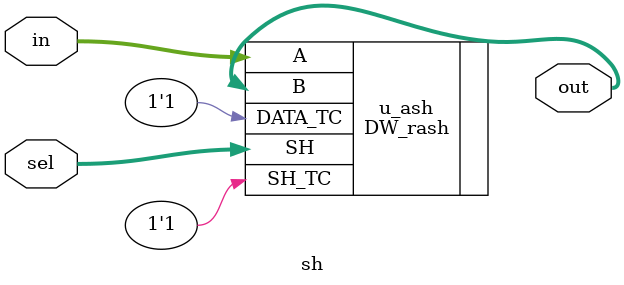
<source format=v>
`include "DW01_addsub.v"
`include "DW_rash.v"
`include "DW02_mult.v"


module VLIW(clk, inst, data_in, acc);
input clk;
input [69:0] inst;
input [79:0] data_in;
output [15:0] acc;

wire [15:0] M_in_1, M_in_2, A_in_1, A_in_2, S_in;
wire [31:0] M_out;
wire [15:0] A_out, S_out;
wire [15:0] data_write;

wire co;

//assign M_out = mult_temp_out[30:15];

Register_File_5R3W u_RF( .clk(clk), .addr_r1_M(inst[23:20]), .addr_r2_M(inst[19:16]), .addr_r1_A(inst[15:12]), .addr_r2_A(inst[11:8]), .addr_r_S(inst[7:4]), .wen_w_M(inst[38]), .addr_w_M(inst[37:34]), .data_w_M(M_out[30:15]), .wen_w_A(inst[33]), .addr_w_A(inst[32:29]), .data_w_A(A_out), .wen_w_S(inst[28]), .addr_w_S(inst[27:24]), .data_w_S(S_out), .rf_data_r1_M(M_in_1), .rf_data_r2_M(M_in_2), .rf_data_r1_A(A_in_1), .rf_data_r2_A(A_in_2), .rf_data_r_S(S_in), .DM_addr_w1_M(inst[62:59]), .DM_addr_w2_M(inst[58:55]), .DM_addr_w1_A(inst[54:51]), .DM_addr_w2_A(inst[50:47]), .DM_addr_w_S(inst[46:43]), .DM_data_w(data_in), .DM_wen_M1(inst[67]), .DM_wen_M2(inst[66]), .DM_wen_A1(inst[65]), .DM_wen_A2(inst[64]), .DM_wen_S(inst[63]), .DM_addr_r(inst[42:39]), .DM_data_r(acc) );       

DW02_mult #(16, 16) u_mult( .A(M_in_1), .B(M_in_2), .TC(inst[69]), .PRODUCT(M_out) );
DW01_addsub #(16) u_add( .A(A_in_1), .B(A_in_2), .CI(1'b0), .ADD_SUB(inst[68]), .SUM(A_out), .CO(co) );
//DW01_ash #(16, 4) u_ash( .A(S_in), .DATA_TC(1'b1), .SH(inst[3:0]), .SH_TC(1'b1), .B(S_out) );
sh u_sh( .in(S_in), .sel(inst[3:0]), .out(S_out) );

endmodule




module Register_File_5R3W(clk, addr_r1_M, addr_r2_M, addr_r1_A, addr_r2_A, addr_r_S, wen_w_M, addr_w_M, data_w_M, wen_w_A, addr_w_A, data_w_A, wen_w_S, addr_w_S, data_w_S, rf_data_r1_M, rf_data_r2_M, rf_data_r1_A, rf_data_r2_A, rf_data_r_S, DM_addr_w1_M, DM_addr_w2_M, DM_addr_w1_A, DM_addr_w2_A, DM_addr_w_S, DM_data_w, DM_wen_M1, DM_wen_M2, DM_wen_A1, DM_wen_A2, DM_wen_S, DM_addr_r, DM_data_r);                                                       
input			clk		;                                              		
input	[3:0]	addr_r1_M, addr_r2_M, addr_r1_A, addr_r2_A, addr_r_S		;                                              				                                               
input			wen_w_M, wen_w_A, wen_w_S		;                                              
input	[3:0]	addr_w_M, addr_w_A, addr_w_S		;                                              
input	[15:0]	data_w_M, data_w_A, data_w_S		;  	
input   [3:0]   DM_addr_w1_M, DM_addr_w2_M, DM_addr_w1_A, DM_addr_w2_A, DM_addr_w_S;
input   [79:0]  DM_data_w;
input			DM_wen_M1, DM_wen_M2, DM_wen_A1, DM_wen_A2, DM_wen_S;
input	[3:0]	DM_addr_r;
	// output
output	[15:0]	rf_data_r1_M, rf_data_r2_M, rf_data_r1_A, rf_data_r2_A, rf_data_r_S	;	                                       
output	[15:0]	DM_data_r;
//=====================================================================
//   WIRE AND REG DECLARATION                                          
//=====================================================================	 
reg [15:0]  register_file [0:15];
//=====================================================================
//   DESIGN                                                            
//=====================================================================

//---------------------------------------------------------------------                                
//	Read                                                                                              
//---------------------------------------------------------------------  
assign DM_data_r = register_file[DM_addr_r];

assign rf_data_r1_M = register_file[addr_r1_M];
					
assign rf_data_r2_M = register_file[addr_r2_M];

assign rf_data_r1_A = register_file[addr_r1_A];
					
assign rf_data_r2_A = register_file[addr_r2_A];

assign rf_data_r_S = register_file[addr_r_S];
                    
//---------------------------------------------------------------------                                
//	Write                                                                                              
//--------------------------------------------------------------------- 
always @ (posedge clk)                                            
begin                                                                  
        if (wen_w_M) register_file[addr_w_M] <= data_w_M;
		if (wen_w_A) register_file[addr_w_A] <= data_w_A;
		if (wen_w_S) register_file[addr_w_S] <= data_w_S;
		
        

  		if (DM_wen_M1) register_file[DM_addr_w1_M] <= DM_data_w[79:64];
        if (DM_wen_M2) register_file[DM_addr_w2_M] <= DM_data_w[63:48];
		if (DM_wen_A1) register_file[DM_addr_w1_A] <= DM_data_w[47:32];
        if (DM_wen_A2) register_file[DM_addr_w2_A] <= DM_data_w[31:16];
		if (DM_wen_S) register_file[DM_addr_w_S] <= DM_data_w[15:0];
	
end
//---------------------------------------------------------------------  

endmodule  

module sh(in, sel, out);
input [15:0] in;
input [3:0] sel;
output [15:0] out;

DW_rash #(16, 4) u_ash( .A(in), .DATA_TC(1'b1), .SH(sel), .SH_TC(1'b1), .B(out) );
endmodule


</source>
